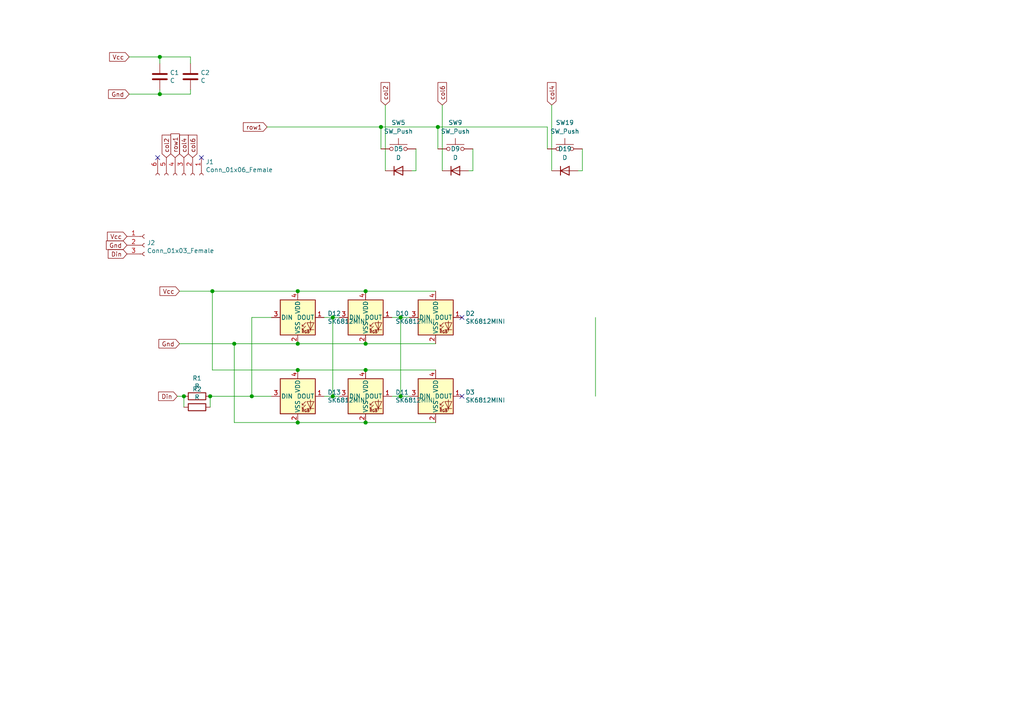
<source format=kicad_sch>
(kicad_sch (version 20210126) (generator eeschema)
  (paper "A4")
  (lib_symbols
    (symbol "Connector:Conn_01x03_Female" (pin_names (offset 1.016) hide)
      (property "Reference" "J" (at 0 5.08 0))
      (property "Value" "Conn_01x03_Female" (at 0 -5.08 0))
      (symbol "Conn_01x03_Female_1_1"
        (arc (start 0 -2.032) (end 0 -3.048) (radius (at 0 -2.54) (length 0.508) (angles 90.1 -90.1)) (stroke (width 0.1524)))
        (arc (start 0 0.508) (end 0 -0.508) (radius (at 0 0) (length 0.508) (angles 90.1 -90.1)) (stroke (width 0.1524)))
        (arc (start 0 3.048) (end 0 2.032) (radius (at 0 2.54) (length 0.508) (angles 90.1 -90.1)) (stroke (width 0.1524)))
        (polyline (pts (xy -1.27 -2.54) (xy -0.508 -2.54)) (stroke (width 0.1524)))
        (polyline (pts (xy -1.27 0) (xy -0.508 0)) (stroke (width 0.1524)))
        (polyline (pts (xy -1.27 2.54) (xy -0.508 2.54)) (stroke (width 0.1524)))
        (pin passive line (at -5.08 2.54 0) (length 3.81) (name "Pin_1") (number "1"))
        (pin passive line (at -5.08 0 0) (length 3.81) (name "Pin_2") (number "2"))
        (pin passive line (at -5.08 -2.54 0) (length 3.81) (name "Pin_3") (number "3"))
      )
    )
    (symbol "Connector:Conn_01x06_Female" (pin_names hide)
      (property "Reference" "J" (at 0 7.62 0))
      (property "Value" "Conn_01x06_Female" (at 0 -10.16 0))
      (symbol "Conn_01x06_Female_1_1"
        (arc (start 0 -7.112) (end 0 -8.128) (radius (at 0 -7.62) (length 0.508) (angles 90.1 -90.1)) (stroke (width 0.1524)))
        (arc (start 0 -4.572) (end 0 -5.588) (radius (at 0 -5.08) (length 0.508) (angles 90.1 -90.1)) (stroke (width 0.1524)))
        (arc (start 0 -2.032) (end 0 -3.048) (radius (at 0 -2.54) (length 0.508) (angles 90.1 -90.1)) (stroke (width 0.1524)))
        (arc (start 0 0.508) (end 0 -0.508) (radius (at 0 0) (length 0.508) (angles 90.1 -90.1)) (stroke (width 0.1524)))
        (arc (start 0 3.048) (end 0 2.032) (radius (at 0 2.54) (length 0.508) (angles 90.1 -90.1)) (stroke (width 0.1524)))
        (arc (start 0 5.588) (end 0 4.572) (radius (at 0 5.08) (length 0.508) (angles 90.1 -90.1)) (stroke (width 0.1524)))
        (polyline (pts (xy -1.27 -7.62) (xy -0.508 -7.62)) (stroke (width 0.1524)))
        (polyline (pts (xy -1.27 -5.08) (xy -0.508 -5.08)) (stroke (width 0.1524)))
        (polyline (pts (xy -1.27 -2.54) (xy -0.508 -2.54)) (stroke (width 0.1524)))
        (polyline (pts (xy -1.27 0) (xy -0.508 0)) (stroke (width 0.1524)))
        (polyline (pts (xy -1.27 2.54) (xy -0.508 2.54)) (stroke (width 0.1524)))
        (polyline (pts (xy -1.27 5.08) (xy -0.508 5.08)) (stroke (width 0.1524)))
        (pin passive line (at -5.08 5.08 0) (length 3.81) (name "Pin_1") (number "1"))
        (pin passive line (at -5.08 2.54 0) (length 3.81) (name "Pin_2") (number "2"))
        (pin passive line (at -5.08 0 0) (length 3.81) (name "Pin_3") (number "3"))
        (pin passive line (at -5.08 -2.54 0) (length 3.81) (name "Pin_4") (number "4"))
        (pin passive line (at -5.08 -5.08 0) (length 3.81) (name "Pin_5") (number "5"))
        (pin passive line (at -5.08 -7.62 0) (length 3.81) (name "Pin_6") (number "6"))
      )
    )
    (symbol "Device:C" (pin_numbers hide) (pin_names (offset 0.254))
      (property "Reference" "C" (at 0.635 2.54 0))
      (property "Value" "C" (at 0.635 -2.54 0))
      (symbol "C_0_1"
        (polyline (pts (xy -2.032 -0.762) (xy 2.032 -0.762)) (stroke (width 0.508)))
        (polyline (pts (xy -2.032 0.762) (xy 2.032 0.762)) (stroke (width 0.508)))
      )
      (symbol "C_1_1"
        (pin passive line (at 0 3.81 270) (length 2.794) (name "~") (number "1"))
        (pin passive line (at 0 -3.81 90) (length 2.794) (name "~") (number "2"))
      )
    )
    (symbol "Device:D" (pin_numbers hide) (pin_names hide)
      (property "Reference" "D" (at 0 2.54 0))
      (property "Value" "D" (at 0 -2.54 0))
      (symbol "D_0_1"
        (polyline (pts (xy -1.27 1.27) (xy -1.27 -1.27)) (stroke (width 0.254)))
        (polyline (pts (xy 1.27 0) (xy -1.27 0)))
        (polyline (pts (xy 1.27 1.27) (xy 1.27 -1.27) (xy -1.27 0) (xy 1.27 1.27)) (stroke (width 0.254)))
      )
      (symbol "D_1_1"
        (pin passive line (at -3.81 0 0) (length 2.54) (name "K") (number "1"))
        (pin passive line (at 3.81 0 180) (length 2.54) (name "A") (number "2"))
      )
    )
    (symbol "Device:R" (pin_numbers hide) (pin_names (offset 0))
      (property "Reference" "R" (at 2.032 0 90))
      (property "Value" "R" (at 0 0 90))
      (symbol "R_0_1"
        (rectangle (start -1.016 -2.54) (end 1.016 2.54) (stroke (width 0.254)))
      )
      (symbol "R_1_1"
        (pin passive line (at 0 3.81 270) (length 1.27) (name "~") (number "1"))
        (pin passive line (at 0 -3.81 90) (length 1.27) (name "~") (number "2"))
      )
    )
    (symbol "LED:SK6812MINI" (pin_names (offset 0.254))
      (property "Reference" "D" (at 5.08 5.715 0))
      (property "Value" "SK6812MINI" (at 1.27 -5.715 0))
      (symbol "SK6812MINI_0_0"
        (text "RGB" (at 2.286 -4.191 0) (effects (font (size 0.762 0.762))))
      )
      (symbol "SK6812MINI_0_1"
        (rectangle (start 5.08 5.08) (end -5.08 -5.08) (stroke (width 0.254)) (fill (type background)))
        (polyline (pts (xy 1.27 -3.556) (xy 1.778 -3.556)))
        (polyline (pts (xy 1.27 -2.54) (xy 1.778 -2.54)))
        (polyline (pts (xy 4.699 -3.556) (xy 2.667 -3.556)))
        (polyline (pts (xy 2.286 -2.54) (xy 1.27 -3.556) (xy 1.27 -3.048)))
        (polyline (pts (xy 2.286 -1.524) (xy 1.27 -2.54) (xy 1.27 -2.032)))
        (polyline (pts (xy 3.683 -1.016) (xy 3.683 -3.556) (xy 3.683 -4.064)))
        (polyline (pts (xy 4.699 -1.524) (xy 2.667 -1.524) (xy 3.683 -3.556) (xy 4.699 -1.524)))
      )
      (symbol "SK6812MINI_1_1"
        (pin output line (at 7.62 0 180) (length 2.54) (name "DOUT") (number "1"))
        (pin power_in line (at 0 -7.62 90) (length 2.54) (name "VSS") (number "2"))
        (pin input line (at -7.62 0 0) (length 2.54) (name "DIN") (number "3"))
        (pin power_in line (at 0 7.62 270) (length 2.54) (name "VDD") (number "4"))
      )
    )
    (symbol "Switch:SW_Push" (pin_numbers hide) (pin_names hide)
      (property "Reference" "SW" (at 1.27 2.54 0))
      (property "Value" "SW_Push" (at 0 -1.524 0))
      (symbol "SW_Push_0_1"
        (circle (center -2.032 0) (radius 0.508))
        (circle (center 2.032 0) (radius 0.508))
        (polyline (pts (xy 0 1.27) (xy 0 3.048)))
        (polyline (pts (xy 2.54 1.27) (xy -2.54 1.27)))
        (pin passive line (at -5.08 0 0) (length 2.54) (name "1") (number "1"))
        (pin passive line (at 5.08 0 180) (length 2.54) (name "2") (number "2"))
      )
    )
  )
  (junction (at 46.355 16.51) (diameter 1.016))
  (junction (at 46.355 27.305) (diameter 1.016))
  (junction (at 53.34 114.935) (diameter 1.016))
  (junction (at 60.96 114.935) (diameter 1.016))
  (junction (at 61.595 84.455) (diameter 1.016))
  (junction (at 67.945 99.695) (diameter 1.016))
  (junction (at 73.025 114.935) (diameter 1.016))
  (junction (at 86.36 84.455) (diameter 1.016))
  (junction (at 86.36 99.695) (diameter 1.016))
  (junction (at 86.36 107.315) (diameter 1.016))
  (junction (at 86.36 122.555) (diameter 1.016))
  (junction (at 96.52 92.075) (diameter 1.016))
  (junction (at 96.52 114.935) (diameter 1.016))
  (junction (at 106.045 84.455) (diameter 1.016))
  (junction (at 106.045 99.695) (diameter 1.016))
  (junction (at 106.045 107.315) (diameter 1.016))
  (junction (at 106.045 122.555) (diameter 1.016))
  (junction (at 110.49 36.83) (diameter 1.016))
  (junction (at 116.205 92.075) (diameter 1.016))
  (junction (at 116.205 114.935) (diameter 1.016))
  (junction (at 127 36.83) (diameter 1.016))
  (no_connect (at 45.72 45.72))
  (no_connect (at 58.42 45.72))
  (no_connect (at 133.985 92.075))
  (no_connect (at 133.985 114.935))
  (wire (pts (xy 37.465 16.51) (xy 46.355 16.51)))
  (wire (pts (xy 37.465 27.305) (xy 46.355 27.305)))
  (wire (pts (xy 46.355 16.51) (xy 46.355 18.415)))
  (wire (pts (xy 46.355 16.51) (xy 55.245 16.51)))
  (wire (pts (xy 46.355 26.035) (xy 46.355 27.305)))
  (wire (pts (xy 46.355 27.305) (xy 55.245 27.305)))
  (wire (pts (xy 51.435 114.935) (xy 53.34 114.935)))
  (wire (pts (xy 52.07 84.455) (xy 61.595 84.455)))
  (wire (pts (xy 52.07 99.695) (xy 67.945 99.695)))
  (wire (pts (xy 53.34 114.935) (xy 53.34 118.11)))
  (wire (pts (xy 55.245 16.51) (xy 55.245 18.415)))
  (wire (pts (xy 55.245 27.305) (xy 55.245 26.035)))
  (wire (pts (xy 60.96 114.935) (xy 73.025 114.935)))
  (wire (pts (xy 60.96 118.11) (xy 60.96 114.935)))
  (wire (pts (xy 61.595 84.455) (xy 61.595 107.315)))
  (wire (pts (xy 61.595 84.455) (xy 86.36 84.455)))
  (wire (pts (xy 61.595 107.315) (xy 86.36 107.315)))
  (wire (pts (xy 67.945 99.695) (xy 86.36 99.695)))
  (wire (pts (xy 67.945 122.555) (xy 67.945 99.695)))
  (wire (pts (xy 67.945 122.555) (xy 86.36 122.555)))
  (wire (pts (xy 73.025 92.075) (xy 78.74 92.075)))
  (wire (pts (xy 73.025 114.935) (xy 73.025 92.075)))
  (wire (pts (xy 77.47 36.83) (xy 110.49 36.83)))
  (wire (pts (xy 78.74 114.935) (xy 73.025 114.935)))
  (wire (pts (xy 86.36 84.455) (xy 106.045 84.455)))
  (wire (pts (xy 86.36 99.695) (xy 106.045 99.695)))
  (wire (pts (xy 86.36 107.315) (xy 106.045 107.315)))
  (wire (pts (xy 86.36 122.555) (xy 106.045 122.555)))
  (wire (pts (xy 93.98 92.075) (xy 96.52 92.075)))
  (wire (pts (xy 93.98 114.935) (xy 96.52 114.935)))
  (wire (pts (xy 96.52 92.075) (xy 98.425 92.075)))
  (wire (pts (xy 96.52 114.935) (xy 96.52 92.075)))
  (wire (pts (xy 96.52 114.935) (xy 98.425 114.935)))
  (wire (pts (xy 106.045 84.455) (xy 126.365 84.455)))
  (wire (pts (xy 106.045 99.695) (xy 126.365 99.695)))
  (wire (pts (xy 106.045 107.315) (xy 126.365 107.315)))
  (wire (pts (xy 106.045 122.555) (xy 126.365 122.555)))
  (wire (pts (xy 110.49 36.83) (xy 110.49 43.18)))
  (wire (pts (xy 110.49 36.83) (xy 127 36.83)))
  (wire (pts (xy 111.76 30.48) (xy 111.76 49.53)))
  (wire (pts (xy 113.665 92.075) (xy 116.205 92.075)))
  (wire (pts (xy 113.665 114.935) (xy 116.205 114.935)))
  (wire (pts (xy 116.205 92.075) (xy 116.205 114.935)))
  (wire (pts (xy 116.205 92.075) (xy 118.745 92.075)))
  (wire (pts (xy 116.205 114.935) (xy 118.745 114.935)))
  (wire (pts (xy 120.65 43.18) (xy 120.65 49.53)))
  (wire (pts (xy 120.65 49.53) (xy 119.38 49.53)))
  (wire (pts (xy 127 36.83) (xy 127 43.18)))
  (wire (pts (xy 127 36.83) (xy 158.75 36.83)))
  (wire (pts (xy 128.27 30.48) (xy 128.27 49.53)))
  (wire (pts (xy 137.16 43.18) (xy 137.16 49.53)))
  (wire (pts (xy 137.16 49.53) (xy 135.89 49.53)))
  (wire (pts (xy 158.75 36.83) (xy 158.75 43.18)))
  (wire (pts (xy 160.02 30.48) (xy 160.02 49.53)))
  (wire (pts (xy 168.91 43.18) (xy 168.91 49.53)))
  (wire (pts (xy 168.91 49.53) (xy 167.64 49.53)))
  (wire (pts (xy 172.72 92.075) (xy 172.72 114.935)))
  (global_label "Vcc" (shape input) (at 36.83 68.58 180) (property "Intersheet References" "${INTERSHEET_REFS}" (effects hide)))
  (global_label "Gnd" (shape input) (at 36.83 71.12 180) (property "Intersheet References" "${INTERSHEET_REFS}" (effects hide)))
  (global_label "Din" (shape input) (at 36.83 73.66 180) (property "Intersheet References" "${INTERSHEET_REFS}" (effects hide)))
  (global_label "Vcc" (shape input) (at 37.465 16.51 180) (property "Intersheet References" "${INTERSHEET_REFS}" (effects hide)))
  (global_label "Gnd" (shape input) (at 37.465 27.305 180) (property "Intersheet References" "${INTERSHEET_REFS}" (effects hide)))
  (global_label "col2" (shape input) (at 48.26 45.72 90) (property "Intersheet References" "${INTERSHEET_REFS}" (effects hide)))
  (global_label "row1" (shape input) (at 50.8 45.72 90) (property "Intersheet References" "${INTERSHEET_REFS}" (effects hide)))
  (global_label "Din" (shape input) (at 51.435 114.935 180) (property "Intersheet References" "${INTERSHEET_REFS}" (effects hide)))
  (global_label "Vcc" (shape input) (at 52.07 84.455 180) (property "Intersheet References" "${INTERSHEET_REFS}" (effects hide)))
  (global_label "Gnd" (shape input) (at 52.07 99.695 180) (property "Intersheet References" "${INTERSHEET_REFS}" (effects hide)))
  (global_label "col4" (shape input) (at 53.34 45.72 90) (property "Intersheet References" "${INTERSHEET_REFS}" (effects hide)))
  (global_label "col6" (shape input) (at 55.88 45.72 90) (property "Intersheet References" "${INTERSHEET_REFS}" (effects hide)))
  (global_label "row1" (shape input) (at 77.47 36.83 180) (property "Intersheet References" "${INTERSHEET_REFS}" (effects hide)))
  (global_label "col2" (shape input) (at 111.76 30.48 90) (property "Intersheet References" "${INTERSHEET_REFS}" (effects hide)))
  (global_label "col6" (shape input) (at 128.27 30.48 90) (property "Intersheet References" "${INTERSHEET_REFS}" (effects hide)))
  (global_label "col4" (shape input) (at 160.02 30.48 90) (property "Intersheet References" "${INTERSHEET_REFS}" (effects hide)))
  (symbol (lib_id "Device:R") (at 57.15 114.935 270) (unit 1)
    (property "Reference" "R1" (at 57.15 109.7088 90))
    (property "Value" "R" (at 57.15 112.0075 90))
    (property "Footprint" "Resistor_SMD:R_1206_3216Metric_Pad1.42x1.75mm_HandSolder" (effects hide))
  )
  (symbol (lib_id "Device:R") (at 57.15 118.11 270) (unit 1)
    (property "Reference" "R2" (at 57.15 112.8838 90))
    (property "Value" "R" (at 57.15 115.1825 90))
    (property "Footprint" "Resistor_SMD:R_1206_3216Metric_Pad1.42x1.75mm_HandSolder" (effects hide))
  )
  (symbol (lib_id "Device:D") (at 115.57 49.53 0) (unit 1)
    (property "Reference" "D5" (at 115.57 43.18 0))
    (property "Value" "D" (at 115.57 45.72 0))
    (property "Footprint" "custom:Diode_TH_SOD123" (effects hide))
  )
  (symbol (lib_id "Device:D") (at 132.08 49.53 0) (unit 1)
    (property "Reference" "D9" (at 132.08 43.18 0))
    (property "Value" "D" (at 132.08 45.72 0))
    (property "Footprint" "custom:Diode_TH_SOD123" (effects hide))
  )
  (symbol (lib_id "Device:D") (at 163.83 49.53 0) (unit 1)
    (property "Reference" "D19" (at 163.83 43.18 0))
    (property "Value" "D" (at 163.83 45.72 0))
    (property "Footprint" "custom:Diode_TH_SOD123" (effects hide))
  )
  (symbol (lib_id "Device:C") (at 46.355 22.225 0) (unit 1)
    (property "Reference" "C1" (at 49.2761 21.0756 0) (effects (justify left)))
    (property "Value" "C" (at 49.2761 23.3743 0) (effects (justify left)))
    (property "Footprint" "LED_SMD:LED_1206_3216Metric_Pad1.42x1.75mm_HandSolder" (effects hide))
  )
  (symbol (lib_id "Device:C") (at 55.245 22.225 0) (unit 1)
    (property "Reference" "C2" (at 58.1661 21.0756 0) (effects (justify left)))
    (property "Value" "C" (at 58.1661 23.3743 0) (effects (justify left)))
    (property "Footprint" "LED_SMD:LED_1206_3216Metric_Pad1.42x1.75mm_HandSolder" (effects hide))
  )
  (symbol (lib_id "Switch:SW_Push") (at 115.57 43.18 0) (unit 1)
    (property "Reference" "SW5" (at 115.57 35.56 0))
    (property "Value" "SW_Push" (at 115.57 38.1 0))
    (property "Footprint" "custom:SW_MX_reversible" (effects hide))
  )
  (symbol (lib_id "Switch:SW_Push") (at 132.08 43.18 0) (unit 1)
    (property "Reference" "SW9" (at 132.08 35.56 0))
    (property "Value" "SW_Push" (at 132.08 38.1 0))
    (property "Footprint" "custom:SW_MX_reversible" (effects hide))
  )
  (symbol (lib_id "Switch:SW_Push") (at 163.83 43.18 0) (unit 1)
    (property "Reference" "SW19" (at 163.83 35.56 0))
    (property "Value" "SW_Push" (at 163.83 38.1 0))
    (property "Footprint" "custom:SW_MX_reversible" (effects hide))
  )
  (symbol (lib_id "Connector:Conn_01x03_Female") (at 41.91 71.12 0) (unit 1)
    (property "Reference" "J2" (at 42.6213 70.4278 0) (effects (justify left)))
    (property "Value" "Conn_01x03_Female" (at 42.6213 72.7265 0) (effects (justify left)))
    (property "Footprint" "Connector_PinHeader_2.54mm:PinHeader_1x03_P2.54mm_Vertical" (effects hide))
  )
  (symbol (lib_id "Connector:Conn_01x06_Female") (at 53.34 50.8 270) (unit 1)
    (property "Reference" "J1" (at 59.6393 46.9582 90) (effects (justify left)))
    (property "Value" "Conn_01x06_Female" (at 59.6393 49.2569 90) (effects (justify left)))
    (property "Footprint" "Connector_PinHeader_2.54mm:PinHeader_1x06_P2.54mm_Vertical" (effects hide))
  )
  (symbol (lib_id "LED:SK6812MINI") (at 86.36 92.075 0) (unit 1)
    (property "Reference" "D12" (at 94.9961 90.9256 0) (effects (justify left)))
    (property "Value" "SK6812MINI" (at 94.9961 93.2243 0) (effects (justify left)))
    (property "Footprint" "libs2:YS-SK6812MINI-E_REVERSE" (effects hide))
    (property "Datasheet" "https://cdn-shop.adafruit.com/product-files/2686/SK6812MINI_REV.01-1-2.pdf" (effects hide))
  )
  (symbol (lib_id "LED:SK6812MINI") (at 86.36 114.935 0) (unit 1)
    (property "Reference" "D13" (at 94.9961 113.7856 0) (effects (justify left)))
    (property "Value" "SK6812MINI" (at 94.9961 116.0843 0) (effects (justify left)))
    (property "Footprint" "libs2:YS-SK6812MINI-E_REVERSE_NO_EDGECUT" (effects hide))
    (property "Datasheet" "https://cdn-shop.adafruit.com/product-files/2686/SK6812MINI_REV.01-1-2.pdf" (effects hide))
  )
  (symbol (lib_id "LED:SK6812MINI") (at 106.045 92.075 0) (unit 1)
    (property "Reference" "D10" (at 114.6811 90.9256 0) (effects (justify left)))
    (property "Value" "SK6812MINI" (at 114.6811 93.2243 0) (effects (justify left)))
    (property "Footprint" "libs2:YS-SK6812MINI-E_REVERSE" (effects hide))
    (property "Datasheet" "https://cdn-shop.adafruit.com/product-files/2686/SK6812MINI_REV.01-1-2.pdf" (effects hide))
  )
  (symbol (lib_id "LED:SK6812MINI") (at 106.045 114.935 0) (unit 1)
    (property "Reference" "D11" (at 114.6811 113.7856 0) (effects (justify left)))
    (property "Value" "SK6812MINI" (at 114.6811 116.0843 0) (effects (justify left)))
    (property "Footprint" "libs2:YS-SK6812MINI-E_REVERSE_NO_EDGECUT" (effects hide))
    (property "Datasheet" "https://cdn-shop.adafruit.com/product-files/2686/SK6812MINI_REV.01-1-2.pdf" (effects hide))
  )
  (symbol (lib_id "LED:SK6812MINI") (at 126.365 92.075 0) (unit 1)
    (property "Reference" "D2" (at 135.0011 90.9256 0) (effects (justify left)))
    (property "Value" "SK6812MINI" (at 135.0011 93.2243 0) (effects (justify left)))
    (property "Footprint" "libs2:YS-SK6812MINI-E_REVERSE" (effects hide))
    (property "Datasheet" "https://cdn-shop.adafruit.com/product-files/2686/SK6812MINI_REV.01-1-2.pdf" (effects hide))
  )
  (symbol (lib_id "LED:SK6812MINI") (at 126.365 114.935 0) (unit 1)
    (property "Reference" "D3" (at 135.0011 113.7856 0) (effects (justify left)))
    (property "Value" "SK6812MINI" (at 135.0011 116.0843 0) (effects (justify left)))
    (property "Footprint" "libs2:YS-SK6812MINI-E_REVERSE_NO_EDGECUT" (effects hide))
    (property "Datasheet" "https://cdn-shop.adafruit.com/product-files/2686/SK6812MINI_REV.01-1-2.pdf" (effects hide))
  )
)
</source>
